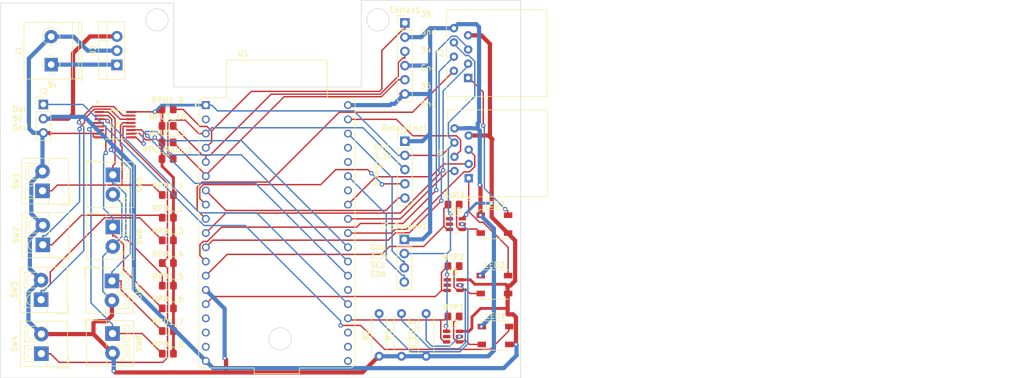
<source format=kicad_pcb>
(kicad_pcb (version 20221018) (generator pcbnew)
  (layers (0 "F.Cu" signal) (31 "B.Cu" signal) (34 "B.Paste" user) (35 "F.Paste" user) (36 "B.SilkS" user "B.Silkscreen") (37 "F.SilkS" user "F.Silkscreen") (38 "B.Mask" user) (39 "F.Mask" user) (44 "Edge.Cuts" user))
  (net 0 "")
  (net 12 "+9V")
  (net 13 "GND")
  (net 14 "LED_1_Data")
  (net 15 "+5V")
  (net 16 "LED_3_Data")
  (net 17 "/Mux3_1")
  (net 18 "/Mux3_2")
  (net 19 "/Mux3_3")
  (net 20 "/Mux3_return")
  (net 21 "+3.3V")
  (net 22 "LED_2_Data")
  (net 23 "/Mux2_1")
  (net 24 "/Mux2_2")
  (net 25 "/Mux2_3")
  (net 26 "/Mux2_return")
  (net 27 "Net-(LED1-DIN)")
  (net 28 "Net-(LED2-DIN)")
  (net 29 "Net-(LED3-DIN)")
  (net 30 "Net-(U6-A0)")
  (net 31 "Net-(U6-A1)")
  (net 32 "Net-(U6-A2)")
  (net 33 "Net-(U6-A3)")
  (net 34 "Net-(U6-A4)")
  (net 35 "Net-(U6-A5)")
  (net 36 "Net-(U6-A6)")
  (net 37 "Net-(U6-A7)")
  (net 39 "LED_1_sig")
  (net 40 "Net-(U3-OE)")
  (net 42 "LED_2_sig")
  (net 43 "Net-(U4-OE)")
  (net 45 "LED_3_sig")
  (net 46 "Net-(U5-OE)")
  (net 47 "Mux1_return")
  (net 48 "Mux1_3")
  (net 49 "Mux1_2")
  (net 50 "Mux1_1")
  (net 51 "/GP39")
  (net 52 "/GP34")
  (net 53 "/GP35")
  (net 54 "/I2C_SCL")
  (net 55 "/I2C_SDA")
  (net 56 "/Enc_B")
  (net 57 "/Enc_Sw")
  (net 58 "/Enc_A")
  (footprint "Resistor_SMD:R_0805_2012Metric_Pad1.20x1.40mm_HandSolder" (layer "F.Cu") (at 110 65)
    (fp_text reference "BYP3")
    (fp_text value "~")
  )
  (footprint "Resistor_SMD:R_0805_2012Metric_Pad1.20x1.40mm_HandSolder" (layer "F.Cu") (at 58.945 63.3)
    (fp_text reference "RPD1_1")
    (fp_text value "10k")
  )
  (footprint "Resistor_SMD:R_0805_2012Metric_Pad1.20x1.40mm_HandSolder" (layer "F.Cu") (at 110 76)
    (fp_text reference "BYP2")
    (fp_text value "~")
  )
  (footprint "Package_TO_SOT_THT:TO-220-3_Vertical" (layer "F.Cu") (at 49.845 40.04 90)
    (fp_text reference "U2")
    (fp_text value "L7805")
  )
  (footprint "TerminalBlock_4Ucon:TerminalBlock_4Ucon_1x02_P3.50mm_Vertical" (layer "F.Cu") (at 36.345 91.65 90)
    (fp_text reference "SW4")
    (fp_text value "SW_Push")
  )
  (footprint "LED_SMD:LED_Inolux_IN-PI554FCH_PLCC4_5.0x5.0mm_P3.2mm" (layer "F.Cu") (at 117.5 88.4)
    (fp_text reference "LED1")
    (fp_text value "IN-PI55TATPRPGPB")
  )
  (footprint "TerminalBlock_4Ucon:TerminalBlock_4Ucon_1x02_P3.50mm_Vertical" (layer "F.Cu") (at 36.3 82 90)
    (fp_text reference "SW3")
    (fp_text value "SW_Push")
  )
  (footprint "Resistor_SMD:R_0805_2012Metric_Pad1.20x1.40mm_HandSolder" (layer "F.Cu") (at 58.945 75.45)
    (fp_text reference "RPD1_4")
    (fp_text value "10k")
  )
  (footprint "Connector_PinHeader_2.54mm:PinHeader_1x04_P2.54mm_Vertical" (layer "F.Cu") (at 101.2 71.22)
    (fp_text reference "I2cScreen1")
    (fp_text value "Conn_01x05_Pin")
  )
  (footprint "Resistor_SMD:R_0805_2012Metric_Pad1.20x1.40mm_HandSolder" (layer "F.Cu") (at 58.9 50.95)
    (fp_text reference "RPU1_10")
    (fp_text value "10k")
  )
  (footprint "Resistor_THT:R_Axial_DIN0207_L6.3mm_D2.5mm_P7.62mm_Horizontal" (layer "F.Cu") (at 96.7 92.11 90)
    (fp_text reference "R2")
    (fp_text value "R")
  )
  (footprint "Resistor_SMD:R_0805_2012Metric_Pad1.20x1.40mm_HandSolder" (layer "F.Cu") (at 110 85)
    (fp_text reference "BYP1")
    (fp_text value "~")
  )
  (footprint "TerminalBlock_4Ucon:TerminalBlock_4Ucon_1x02_P3.50mm_Vertical" (layer "F.Cu") (at 49.11 59.7 -90)
    (fp_text reference "SW5")
    (fp_text value "SW_Push")
  )
  (footprint "Relay_parts:PW16" (layer "F.Cu") (at 49.5046 50.728999)
    (fp_text reference "U6")
    (fp_text value "CD74HC4051PWR")
  )
  (footprint "Package_TO_SOT_SMD:SOT-23-6" (layer "F.Cu") (at 109.9 88.6)
    (fp_text reference "U3")
    (fp_text value "TXS0101DBV")
  )
  (footprint "Resistor_THT:R_Axial_DIN0207_L6.3mm_D2.5mm_P7.62mm_Horizontal" (layer "F.Cu") (at 100.7 92.11 90)
    (fp_text reference "R1")
    (fp_text value "R")
  )
  (footprint "Package_TO_SOT_SMD:SOT-23-6" (layer "F.Cu") (at 110 79.4)
    (fp_text reference "U4")
    (fp_text value "TXS0101DBV")
  )
  (footprint "Connector_PinHeader_2.54mm:PinHeader_1x03_P2.54mm_Vertical" (layer "F.Cu") (at 36.7 47.12)
    (fp_text reference "J2")
    (fp_text value "LED Strip Conn")
  )
  (footprint "TerminalBlock_4Ucon:TerminalBlock_4Ucon_1x02_P3.50mm_Vertical" (layer "F.Cu") (at 48.955 78.65 -90)
    (fp_text reference "SW7")
    (fp_text value "SW_Push")
  )
  (footprint "LED_SMD:LED_Inolux_IN-PI554FCH_PLCC4_5.0x5.0mm_P3.2mm" (layer "F.Cu") (at 117.3 79.3)
    (fp_text reference "LED2")
    (fp_text value "IN-PI55TATPRPGPB")
  )
  (footprint "Package_TO_SOT_SMD:SOT-23-6" (layer "F.Cu") (at 110.4 68.5)
    (fp_text reference "U5")
    (fp_text value "TXS0101DBV")
  )
  (footprint "Resistor_SMD:R_0805_2012Metric_Pad1.20x1.40mm_HandSolder" (layer "F.Cu") (at 58.945 87.6)
    (fp_text reference "RPD1_7")
    (fp_text value "10k")
  )
  (footprint "Connector_PinHeader_2.54mm:PinHeader_1x06_P2.54mm_Vertical" (layer "F.Cu") (at 101.3 32.55)
    (fp_text reference "Extras1")
    (fp_text value "Conn_01x06_Pin")
  )
  (footprint "TerminalBlock_4Ucon:TerminalBlock_4Ucon_1x02_P3.50mm_Vertical" (layer "F.Cu") (at 49.1 69 -90)
    (fp_text reference "SW6")
    (fp_text value "SW_Push")
  )
  (footprint "TerminalBlock_4Ucon:TerminalBlock_4Ucon_1x02_P3.50mm_Vertical" (layer "F.Cu") (at 36.545 62.55 90)
    (fp_text reference "SW1")
    (fp_text value "SW_Push")
  )
  (footprint "Resistor_SMD:R_0805_2012Metric_Pad1.20x1.40mm_HandSolder" (layer "F.Cu") (at 58.945 79.5)
    (fp_text reference "RPD1_5")
    (fp_text value "10k")
  )
  (footprint "Connector_RJ:RJ45_Amphenol_54602-x08_Horizontal" (layer "F.Cu") (at 112.7 60.2825 90)
    (fp_text reference "J4")
    (fp_text value "Expansion")
  )
  (footprint "Resistor_SMD:R_0805_2012Metric_Pad1.20x1.40mm_HandSolder" (layer "F.Cu") (at 58.945 83.55)
    (fp_text reference "RPD1_6")
    (fp_text value "10k")
  )
  (footprint "Resistor_SMD:R_0805_2012Metric_Pad1.20x1.40mm_HandSolder" (layer "F.Cu") (at 58.9 56.85)
    (fp_text reference "RPU_Main_1")
    (fp_text value "10k")
  )
  (footprint "Connector_RJ:RJ45_Amphenol_54602-x08_Horizontal" (layer "F.Cu") (at 112.6 42.3825 90)
    (fp_text reference "J3")
    (fp_text value "Expansion")
  )
  (footprint "LED_SMD:LED_Inolux_IN-PI554FCH_PLCC4_5.0x5.0mm_P3.2mm" (layer "F.Cu") (at 117.3 68.5)
    (fp_text reference "LED3")
    (fp_text value "IN-PI55TATPRPGPB")
  )
  (footprint "Resistor_SMD:R_0805_2012Metric_Pad1.20x1.40mm_HandSolder" (layer "F.Cu") (at 58.9 53.9)
    (fp_text reference "RPU1_11")
    (fp_text value "10k")
  )
  (footprint "Resistor_SMD:R_0805_2012Metric_Pad1.20x1.40mm_HandSolder" (layer "F.Cu") (at 58.945 91.65)
    (fp_text reference "RPD1_8")
    (fp_text value "10k")
  )
  (footprint "Resistor_SMD:R_0805_2012Metric_Pad1.20x1.40mm_HandSolder" (layer "F.Cu") (at 58.945 67.35)
    (fp_text reference "RPD1_2")
    (fp_text value "10k")
  )
  (footprint "TerminalBlock_4Ucon:TerminalBlock_4Ucon_1x02_P3.50mm_Vertical" (layer "F.Cu") (at 49.055 88.05 -90)
    (fp_text reference "SW8")
    (fp_text value "SW_Push")
  )
  (footprint "Resistor_SMD:R_0805_2012Metric_Pad1.20x1.40mm_HandSolder" (layer "F.Cu") (at 58.9 48)
    (fp_text reference "RPU1_9")
    (fp_text value "10k")
  )
  (footprint "TerminalBlock_Philmore:TerminalBlock_Philmore_TB132_1x02_P5.00mm_Horizontal" (layer "F.Cu") (at 38.1 40 90)
    (fp_text reference "J1")
    (fp_text value "Power In")
  )
  (footprint "Resistor_THT:R_Axial_DIN0207_L6.3mm_D2.5mm_P7.62mm_Horizontal" (layer "F.Cu") (at 105.1 92.11 90)
    (fp_text reference "R_En_1")
    (fp_text value "R")
  )
  (footprint "TerminalBlock_4Ucon:TerminalBlock_4Ucon_1x02_P3.50mm_Vertical" (layer "F.Cu") (at 36.6 72.2 90)
    (fp_text reference "SW2")
    (fp_text value "SW_Push")
  )
  (footprint "Connector_PinHeader_2.54mm:PinHeader_1x05_P2.54mm_Vertical" (layer "F.Cu") (at 101.3 53.68)
    (fp_text reference "RotaryEnc1")
    (fp_text value "Conn_01x05_Pin")
  )
  (footprint "Resistor_SMD:R_0805_2012Metric_Pad1.20x1.40mm_HandSolder" (layer "F.Cu") (at 58.945 71.4)
    (fp_text reference "RPD1_3")
    (fp_text value "10k")
  )
  (footprint "ESP32_DEVKITC_32E:MODULE_ESP32-DEVKITC-32E" (layer "F.Cu") (at 78.4275 70.07)
    (fp_text reference "U1")
    (fp_text value "ESP32-DEVKITC-32E")
  )
  (gr_line (start 122 96) (end 29 96) (stroke (width 0.1)) (layer "Edge.Cuts"))
  (gr_circle (center 96.5 32) (end 98.5 32) (stroke (width 0.1)) (fill none) (layer "Edge.Cuts"))
  (gr_circle (center 79 89) (end 81 89) (stroke (width 0.1)) (fill none) (layer "Edge.Cuts"))
  (gr_line (start 29 96) (end 29 29) (stroke (width 0.1)) (layer "Edge.Cuts"))
  (gr_line (start 93.5 28.5) (end 122 28.5) (stroke (width 0.1)) (layer "Edge.Cuts"))
  (gr_line (start 122 28.5) (end 122 96) (stroke (width 0.1)) (layer "Edge.Cuts"))
  (gr_circle (center 57 32) (end 59 32) (stroke (width 0.1)) (fill none) (layer "Edge.Cuts"))
  (gr_line (start 29 29) (end 60 29) (stroke (width 0.1)) (layer "Edge.Cuts"))
  (gr_line (start 60 29) (end 60 44) (stroke (width 0.1)) (layer "Edge.Cuts"))
  (gr_line (start 93.5 44) (end 93.5 28.5) (stroke (width 0.1)) (layer "Edge.Cuts"))
  (gr_line (start 60 44) (end 93.5 44) (stroke (width 0.1)) (layer "Edge.Cuts"))
  (gr_text "39\n\nGnd\n\n34\n\nGnd\n\n35\n\nGnd\n" (at 104 47.6) (layer "F.SilkS") (effects (font (size 1 1)) (justify left bottom)))
  (gr_text "Gnd\n3.3V\nSCL\nSDA" (at 95 78) (layer "F.SilkS") (effects (font (size 1 1)) (justify left bottom)))
  (gr_text "Gnd\n3.3V\nSw\nB\nA" (at 95.6 61.8) (layer "F.SilkS") (effects (font (size 1 1)) (justify left bottom)))
  (gr_text "Dat\n5V\nGnd\n" (at 31.1 51.8) (layer "F.SilkS") (effects (font (size 1 1)) (justify left bottom)))
  (gr_text "9v\n" (at 37.3 44.2) (layer "F.SilkS") (effects (font (size 1 1)) (justify left bottom)))
  (segment (start 49.805 40) (end 49.845 40.04) (width 0.75) (layer "B.Cu") (net 12))
  (segment (start 38.1 40) (end 49.805 40) (width 0.75) (layer "B.Cu") (net 12))
  (segment (start 49.845 37.5) (end 49.7988 37.5462) (width 0.25) (layer "F.Cu") (net 13))
  (segment (start 37.7844 52.2) (end 37.8719 52.2875) (width 0.75) (layer "F.Cu") (net 13))
  (segment (start 48.955 84.85) (end 47.953 85.852) (width 0.75) (layer "F.Cu") (net 13))
  (segment (start 69.342 95) (end 69.342 92.71) (width 0.75) (layer "F.Cu") (net 13))
  (segment (start 93.7175 95) (end 69.342 95) (width 0.75) (layer "F.Cu") (net 13))
  (segment (start 114.9378 66.9) (end 114.938 66.9) (width 0.25) (layer "F.Cu") (net 13))
  (segment (start 45.655 88.15) (end 45.655 86.171) (width 0.75) (layer "F.Cu") (net 13))
  (segment (start 46.7457 52.2875) (end 45.6188 52.2875) (width 0.25) (layer "F.Cu") (net 13))
  (segment (start 95.1625 93.555) (end 93.7175 95) (width 0.75) (layer "F.Cu") (net 13))
  (segment (start 96.6075 92.11) (end 95.1625 93.555) (width 0.75) (layer "F.Cu") (net 13))
  (segment (start 114.808 61.5) (end 114.684 61.5) (width 0.75) (layer "F.Cu") (net 13))
  (segment (start 114.958 86.8) (end 115.1378 86.8) (width 0.25) (layer "F.Cu") (net 13))
  (segment (start 114.758 77.7) (end 114.9378 77.7) (width 0.25) (layer "F.Cu") (net 13))
  (segment (start 101.208 45.25) (end 100.658 45.25) (width 0.75) (layer "F.Cu") (net 13))
  (segment (start 69.342 95) (end 59.8525 95) (width 0.75) (layer "F.Cu") (net 13))
  (segment (start 114.758 66.9) (end 114.808 66.9) (width 0.75) (layer "F.Cu") (net 13))
  (segment (start 47.953 85.852) (end 45.974 85.852) (width 0.75) (layer "F.Cu") (net 13))
  (segment (start 45.6188 52.9225) (end 45.6188 52.2875) (width 0.25) (layer "F.Cu") (net 13))
  (segment (start 46.7457 52.9225) (end 45.6188 52.9225) (width 0.25) (layer "F.Cu") (net 13))
  (segment (start 37.7844 52.2) (end 37.8769 52.2) (width 0.25) (layer "F.Cu") (net 13))
  (segment (start 114.9378 77.7) (end 114.938 77.7) (width 0.25) (layer "F.Cu") (net 13))
  (segment (start 95.1625 93.555) (end 95.255 93.555) (width 0.25) (layer "F.Cu") (net 13))
  (segment (start 49.534 95) (end 49.276 94.742) (width 0.75) (layer "F.Cu") (net 13))
  (segment (start 101.208 45.25) (end 101.3 45.25) (width 0.25) (layer "F.Cu") (net 13))
  (segment (start 115.1378 86.8) (end 115.138 86.8) (width 0.25) (layer "F.Cu") (net 13))
  (segment (start 114.808 66.9) (end 114.808 61.5) (width 0.75) (layer "F.Cu") (net 13))
  (segment (start 45.6188 52.2875) (end 37.8719 52.2875) (width 0.25) (layer "F.Cu") (net 13))
  (segment (start 45.655 88.15) (end 49.055 91.55) (width 0.75) (layer "F.Cu") (net 13))
  (segment (start 45.655 86.171) (end 45.974 85.852) (width 0.75) (layer "F.Cu") (net 13))
  (segment (start 36.345 88.15) (end 45.655 88.15) (width 0.75) (layer "F.Cu") (net 13))
  (segment (start 48.955 82.15) (end 48.955 84.85) (width 0.75) (layer "F.Cu") (net 13))
  (segment (start 49.7988 37.5462) (end 49.7525 37.5) (width 0.75) (layer "F.Cu") (net 13))
  (segment (start 59.8525 95) (end 49.534 95) (width 0.75) (layer "F.Cu") (net 13))
  (segment (start 36.7 52.2) (end 37.7844 52.2) (width 0.25) (layer "F.Cu") (net 13))
  (segment (start 46.7457 52.2875) (end 46.7457 51.6525) (width 0.25) (layer "F.Cu") (net 13))
  (segment (start 95.255 93.555) (end 96.7 92.11) (width 0.25) (layer "F.Cu") (net 13))
  (segment (start 69.342 92.71) (end 69.088 92.456) (width 0.75) (layer "F.Cu") (net 13))
  (segment (start 114.808 66.9) (end 114.9378 66.9) (width 0.25) (layer "F.Cu") (net 13))
  (via (at 69.088 92.456) (size 0.8) (drill 0.4) (layers "F.Cu" "B.Cu") (net 13))
  (via (at 49.276 94.742) (size 0.8) (drill 0.4) (layers "F.Cu" "B.Cu") (net 13))
  (via (at 114.958 86.8) (size 0.8) (drill 0.4) (layers "F.Cu" "B.Cu") (net 13))
  (via (at 114.684 61.5) (size 0.8) (drill 0.4) (layers "F.Cu" "B.Cu") (net 13))
  (via (at 114.808 66.9) (size 0.8) (drill 0.4) (layers "F.Cu" "B.Cu") (net 13))
  (via (at 114.758 77.7) (size 0.8) (drill 0.4) (layers "F.Cu" "B.Cu") (net 13))
  (segment (start 34.29 76.49) (end 36.3 78.5) (width 0.75) (layer "B.Cu") (net 13))
  (segment (start 114.808 66.9) (end 117.208 69.3) (width 0.75) (layer "B.Cu") (net 13))
  (segment (start 104.428 53.68) (end 101.3 53.68) (width 0.75) (layer "B.Cu") (net 13))
  (segment (start 105.1 92.11) (end 116.198 92.11) (width 0.75) (layer "B.Cu") (net 13))
  (segment (start 117.208 84.55) (end 117.208 75.25) (width 0.75) (layer "B.Cu") (net 13))
  (segment (start 49.276 94.742) (end 49.276 91.771) (width 0.75) (layer "B.Cu") (net 13))
  (segment (start 105.808 52.3) (end 104.428 53.68) (width 0.75) (layer "B.Cu") (net 13))
  (segment (start 34.29 71.01) (end 34.29 76.49) (width 0.75) (layer "B.Cu") (net 13))
  (segment (start 38.1 35) (end 42.1075 35) (width 0.75) (layer "B.Cu") (net 13))
  (segment (start 100.7 92.11) (end 105.1 92.11) (width 0.75) (layer "B.Cu") (net 13))
  (segment (start 96.7 92.11) (end 100.7 92.11) (width 0.75) (layer "B.Cu") (net 13))
  (segment (start 49.1 72.5) (end 47.3281 74.2719) (width 0.25) (layer "B.Cu") (net 13))
  (segment (start 101.2 71.22) (end 101.108 71.22) (width 0.75) (layer "B.Cu") (net 13))
  (segment (start 101.208 40.17) (end 101.3 40.17) (width 0.75) (layer "B.Cu") (net 13))
  (segment (start 34.544 66.644) (end 36.6 68.7) (width 0.75) (layer "B.Cu") (net 13))
  (segment (start 105.808 33.4925) (end 105.808 39.9) (width 0.75) (layer "B.Cu") (net 13))
  (segment (start 44.6075 37.5) (end 49.7525 37.5) (width 0.75) (layer "B.Cu") (net 13))
  (segment (start 101.3 53.68) (end 101.208 53.68) (width 0.75) (layer "B.Cu") (net 13))
  (segment (start 104.21 35.09) (end 105.808 33.4925) (width 0.75) (layer "B.Cu") (net 13))
  (segment (start 50.7269 64.8169) (end 50.7269 70.7188) (width 0.25) (layer "B.Cu") (net 13))
  (segment (start 113.249 51.3375) (end 112.151 51.3375) (width 0.75) (layer "B.Cu") (net 13))
  (segment (start 36.6 68.7) (end 34.29 71.01) (width 0.75) (layer "B.Cu") (net 13))
  (segment (start 34.1075 38.9) (end 34.1075 51.4) (width 0.75) (layer "B.Cu") (net 13))
  (segment (start 36.3 78.5) (end 34.036 80.764) (width 0.75) (layer "B.Cu") (net 13))
  (segment (start 38.0075 35) (end 34.1075 38.9) (width 0.75) (layer "B.Cu") (net 13))
  (segment (start 110.06 33.4925) (end 110.786 32.766) (width 0.75) (layer "B.Cu") (net 13))
  (segment (start 113.304 51.3925) (end 113.249 51.3375) (width 0.75) (layer "B.Cu") (net 13))
  (segment (start 47.3281 74.2719) (end 47.3281 80.5231) (width 0.25) (layer "B.Cu") (net 13))
  (segment (start 104.488 71.22) (end 101.2 71.22) (width 0.75) (layer "B.Cu") (net 13))
  (segment (start 117.208 91.1) (end 117.208 84.55) (width 0.75) (layer "B.Cu") (net 13))
  (segment (start 110.786 32.766) (end 114.046 32.766) (width 0.75) (layer "B.Cu") (net 13))
  (segment (start 114.046 32.766) (end 114.554 33.274) (width 0.75) (layer "B.Cu") (net 13))
  (segment (start 91.1275 47.235) (end 91.035 47.235) (width 0.75) (layer "B.Cu") (net 13))
  (segment (start 98.9075 47) (end 98.6725 47.235) (width 0.75) (layer "B.Cu") (net 13))
  (segment (start 110.16 51.3925) (end 110.068 51.3925) (width 0.75) (layer "B.Cu") (net 13))
  (segment (start 38.1 35) (end 38.0075 35) (width 0.75) (layer "B.Cu") (net 13))
  (segment (start 101.3 35.09) (end 104.21 35.09) (width 0.75) (layer "B.Cu") (net 13))
  (segment (start 96.6075 92.11) (end 96.7 92.11) (width 0.75) (layer "B.Cu") (net 13))
  (segment (start 101.3 45.25) (end 105.758 45.25) (width 0.75) (layer "B.Cu") (net 13))
  (segment (start 42.1075 35) (end 44.6075 37.5) (width 0.75) (layer "B.Cu") (net 13))
  (segment (start 114.554 33.274) (end 114.554 50.2671) (width 0.75) (layer "B.Cu") (net 13))
  (segment (start 101.3 40.17) (end 105.538 40.17) (width 0.75) (layer "B.Cu") (net 13))
  (segment (start 34.1075 51.4) (end 34.9075 52.2) (width 0.75) (layer "B.Cu") (net 13))
  (segment (start 34.544 61.051) (end 34.544 66.644) (width 0.75) (layer "B.Cu") (net 13))
  (segment (start 117.208 69.3) (end 117.208 75.25) (width 0.75) (layer "B.Cu") (net 13))
  (segment (start 105.808 69.9) (end 104.488 71.22) (width 0.75) (layer "B.Cu") (net 13))
  (segment (start 34.036 80.764) (end 34.036 85.841) (width 0.75) (layer "B.Cu") (net 13))
  (segment (start 112.151 51.3375) (end 112.096 51.3925) (width 0.75) (layer "B.Cu") (net 13))
  (segment (start 117.208 84.55) (end 114.958 86.8) (width 0.75) (layer "B.Cu") (net 13))
  (segment (start 114.325 51.4165) (end 114.684 51.7755) (width 0.75) (layer "B.Cu") (net 13))
  (segment (start 101.3 45.25) (end 101.208 45.25) (width 0.75) (layer "B.Cu") (net 13))
  (segment (start 101.208 45.25) (end 99.4575 47) (width 0.75) (layer "B.Cu") (net 13))
  (segment (start 114.684 61.5) (end 114.684 51.7755) (width 0.75) (layer "B.Cu") (net 13))
  (segment (start 105.808 39.9) (end 105.808 45.3) (width 0.75) (layer "B.Cu") (net 13))
  (segment (start 105.808 52.3) (end 105.808 69.9) (width 0.75) (layer "B.Cu") (net 13))
  (segment (start 101.208 35.09) (end 101.3 35.09) (width 0.75) (layer "B.Cu") (net 13))
  (segment (start 112.096 51.3925) (end 110.16 51.3925) (width 0.75) (layer "B.Cu") (net 13))
  (segment (start 114.684 51.7755) (end 114.3 51.3925) (width 0.75) (layer "B.Cu") (net 13))
  (segment (start 36.545 52.355) (end 36.7 52.2) (width 0.75) (layer "B.Cu") (net 13))
  (segment (start 105.758 45.25) (end 105.808 45.3) (width 0.75) (layer "B.Cu") (net 13))
  (segment (start 69.088 83.6155) (end 65.7275 80.255) (width 0.75) (layer "B.Cu") (net 13))
  (segment (start 105.538 40.17) (end 105.808 39.9) (width 0.75) (layer "B.Cu") (net 13))
  (segment (start 36.545 59.05) (end 34.544 61.051) (width 0.75) (layer "B.Cu") (net 13))
  (segment (start 49.276 91.771) (end 49.055 91.55) (width 0.75) (layer "B.Cu") (net 13))
  (segment (start 34.036 85.841) (end 36.345 88.15) (width 0.75) (layer "B.Cu") (net 13))
  (segment (start 114.325 50.4961) (end 114.325 51.4165) (width 0.75) (layer "B.Cu") (net 13))
  (segment (start 36.6075 52.2) (end 36.7 52.2) (width 0.25) (layer "B.Cu") (net 13))
  (segment (start 117.208 75.25) (end 114.758 77.7) (width 0.75) (layer "B.Cu") (net 13))
  (segment (start 105.808 33.4925) (end 110.06 33.4925) (width 0.75) (layer "B.Cu") (net 13))
  (segment (start 99.4575 47) (end 98.9075 47) (width 0.75) (layer "B.Cu") (net 13))
  (segment (start 114.554 50.2671) (end 114.325 50.4961) (width 0.75) (layer "B.Cu") (net 13))
  (segment (start 49.11 63.2) (end 50.7269 64.8169) (width 0.25) (layer "B.Cu") (net 13))
  (segment (start 47.3281 80.5231) (end 48.955 82.15) (width 0.25) (layer "B.Cu") (net 13))
  (segment (start 34.9075 52.2) (end 36.6075 52.2) (width 0.75) (layer "B.Cu") (net 13))
  (segment (start 116.198 92.11) (end 117.208 91.1) (width 0.75) (layer "B.Cu") (net 13))
  (segment (start 49.1 72.3457) (end 49.1 72.5) (width 0.25) (layer "B.Cu") (net 13))
  (segment (start 105.808 45.3) (end 105.808 52.3) (width 0.75) (layer "B.Cu") (net 13))
  (segment (start 36.545 59.05) (end 36.545 52.355) (width 0.75) (layer "B.Cu") (net 13))
  (segment (start 98.6725 47.235) (end 91.1275 47.235) (width 0.75) (layer "B.Cu") (net 13))
  (segment (start 49.7525 37.5) (end 49.845 37.5) (width 0.25) (layer "B.Cu") (net 13))
  (segment (start 50.7269 70.7188) (end 49.1 72.3457) (width 0.25) (layer "B.Cu") (net 13))
  (segment (start 69.088 92.456) (end 69.088 83.6155) (width 0.75) (layer "B.Cu") (net 13))
  (segment (start 114.3 51.3925) (end 113.304 51.3925) (width 0.75) (layer "B.Cu") (net 13))
  (segment (start 97.6707 90.8832) (end 93.3925 86.605) (width 0.25) (layer "F.Cu") (net 14))
  (segment (start 119.862 86.8) (end 119.862 87.5968) (width 0.25) (layer "F.Cu") (net 14))
  (segment (start 119.95 86.8) (end 119.8622 86.8) (width 0.25) (layer "F.Cu") (net 14))
  (segment (start 119.862 87.5968) (end 116.576 90.8832) (width 0.25) (layer "F.Cu") (net 14))
  (segment (start 93.3925 86.605) (end 89.8166 86.605) (width 0.25) (layer "F.Cu") (net 14))
  (segment (start 119.95 86.8) (end 120.2 86.8) (width 0.75) (layer "F.Cu") (net 14))
  (segment (start 119.8622 86.8) (end 119.862 86.8) (width 0.25) (layer "F.Cu") (net 14))
  (segment (start 116.576 90.8832) (end 97.6707 90.8832) (width 0.25) (layer "F.Cu") (net 14))
  (via (at 89.8166 86.605) (size 0.8) (drill 0.4) (layers "F.Cu" "B.Cu") (net 14))
  (segment (start 89.8166 85.8046) (end 89.8166 86.605) (width 0.25) (layer "B.Cu") (net 14))
  (segment (start 43.7795 47.12) (end 65.4098 68.7503) (width 0.25) (layer "B.Cu") (net 14))
  (segment (start 72.7623 68.7503) (end 89.8166 85.8046) (width 0.25) (layer "B.Cu") (net 14))
  (segment (start 36.7 47.12) (end 43.7795 47.12) (width 0.25) (layer "B.Cu") (net 14))
  (segment (start 65.4098 68.7503) (end 72.7623 68.7503) (width 0.25) (layer "B.Cu") (net 14))
  (segment (start 114.962 34.7625) (end 115.9 35.7) (width 0.75) (layer "F.Cu") (net 15))
  (segment (start 119.6622 70.1) (end 116.812 67.2496) (width 0.75) (layer "F.Cu") (net 15))
  (segment (start 121.15 85.15) (end 121.15 89.7643) (width 0.75) (layer "F.Cu") (net 15))
  (segment (start 121 78.6298) (end 121 71.4378) (width 0.75) (layer "F.Cu") (net 15))
  (segment (start 111.5375 67.55) (end 111.538 67.55) (width 0.25) (layer "F.Cu") (net 15))
  (segment (start 121 71.4378) (end 119.6622 70.1) (width 0.75) (layer "F.Cu") (net 15))
  (segment (start 119.662 84.62) (end 120.62 84.62) (width 0.75) (layer "F.Cu") (net 15))
  (segment (start 112.994 78.45) (end 113.792 79.248) (width 0.5) (layer "F.Cu") (net 15))
  (segment (start 119.543 79.4845) (end 120.145 79.4845) (width 0.75) (layer "F.Cu") (net 15))
  (segment (start 116.812 53.4882) (end 116.95 53.35) (width 0.75) (layer "F.Cu") (net 15))
  (segment (start 119.862 90) (end 119.8622 90) (width 0.75) (layer "F.Cu") (net 15))
  (segment (start 112.7 52.6625) (end 116.262 52.6625) (width 0.75) (layer "F.Cu") (net 15))
  (segment (start 116.95 53.35) (end 116.5 52.9) (width 0.75) (layer "F.Cu") (net 15))
  (segment (start 112.253 66.8343) (end 111.538 67.55) (width 0.5) (layer "F.Cu") (net 15))
  (segment (start 120.62 84.62) (end 121.15 85.15) (width 0.75) (layer "F.Cu") (net 15))
  (segment (start 45.04 34.96) (end 42 38) (width 0.75) (layer "F.Cu") (net 15))
  (segment (start 119.306 79.248) (end 119.543 79.4845) (width 0.5) (layer "F.Cu") (net 15))
  (segment (start 111.1375 78.45) (end 111.138 78.45) (width 0.25) (layer "F.Cu") (net 15))
  (segment (start 119.662 83.566) (end 119.662 84.62) (width 0.75) (layer "F.Cu") (net 15))
  (segment (start 119.662 83.566) (end 119.662 80.9) (width 0.75) (layer "F.Cu") (net 15))
  (segment (start 121.15 89.7643) (end 120.914 90) (width 0.75) (layer "F.Cu") (net 15))
  (segment (start 111.138 78.45) (end 112.994 78.45) (width 0.5) (layer "F.Cu") (net 15))
  (segment (start 120.145 79.4845) (end 121 78.6298) (width 0.75) (layer "F.Cu") (net 15))
  (segment (start 120.914 90) (end 121.147 90) (width 0.75) (layer "F.Cu") (net 15))
  (segment (start 116.262 52.6625) (end 116.5 52.9) (width 0.75) (layer "F.Cu") (net 15))
  (segment (start 119.8622 90) (end 120.914 90) (width 0.75) (layer "F.Cu") (net 15))
  (segment (start 49.845 34.96) (end 45.04 34.96) (width 0.75) (layer "F.Cu") (net 15))
  (segment (start 116.5 36.3) (end 116.5 52.9) (width 0.75) (layer "F.Cu") (net 15))
  (segment (start 42 38) (end 42 48.8) (width 0.75) (layer "F.Cu") (net 15))
  (segment (start 111.038 87.65) (end 112.756 87.65) (width 0.5) (layer "F.Cu") (net 15))
  (segment (start 113.792 79.248) (end 119.306 79.248) (width 0.5) (layer "F.Cu") (net 15))
  (segment (start 113.284 85.09) (end 114.808 83.566) (width 0.5) (layer "F.Cu") (net 15))
  (segment (start 119.662 79.6037) (end 119.543 79.4845) (width 0.75) (layer "F.Cu") (net 15))
  (segment (start 112.756 87.65) (end 113.284 87.122) (width 0.5) (layer "F.Cu") (net 15))
  (segment (start 119.662 80.9) (end 119.662 79.6037) (width 0.75) (layer "F.Cu") (net 15))
  (segment (start 112.253 66.8199) (end 112.253 66.8343) (width 0.5) (layer "F.Cu") (net 15))
  (segment (start 116.812 67.2496) (end 116.812 64.77) (width 0.75) (layer "F.Cu") (net 15))
  (segment (start 119.6622 80.9) (end 119.662 80.9) (width 0.25) (layer "F.Cu") (net 15))
  (segment (start 112.6 34.7625) (end 114.962 34.7625) (width 0.75) (layer "F.Cu") (net 15))
  (segment (start 41.14 49.66) (end 36.7 49.66) (width 0.75) (layer "F.Cu") (net 15))
  (segment (start 116.812 64.77) (end 116.812 53.4882) (width 0.75) (layer "F.Cu") (net 15))
  (segment (start 113.284 87.122) (end 113.284 85.09) (width 0.5) (layer "F.Cu") (net 15))
  (segment (start 111.0375 87.65) (end 111.038 87.65) (width 0.25) (layer "F.Cu") (net 15))
  (segment (start 42 48.8) (end 41.14 49.66) (width 0.75) (layer "F.Cu") (net 15))
  (segment (start 115.9 35.7) (end 116.5 36.3) (width 0.75) (layer "F.Cu") (net 15))
  (segment (start 114.808 83.566) (end 119.662 83.566) (width 0.5) (layer "F.Cu") (net 15))
  (via (at 121.147 90) (size 0.8) (drill 0.4) (layers "F.Cu" "B.Cu") (net 15))
  (via (at 112.253 66.8199) (size 0.8) (drill 0.4) (layers "F.Cu" "B.Cu") (net 15))
  (via (at 116.812 64.77) (size 0.8) (drill 0.4) (layers "F.Cu" "B.Cu") (net 15))
  (segment (start 118.966 94.234) (end 67.0065 94.234) (width 0.75) (layer "B.Cu") (net 15))
  (segment (start 52.8813 80.1088) (end 52.8813 58.1675) (width 0.75) (layer "B.Cu") (net 15))
  (segment (start 38.2003 49.3366) (end 37.8769 49.66) (width 0.75) (layer "B.Cu") (net 15))
  (segment (start 121.25 91.95) (end 121.25 90.1033) (width 0.75) (layer "B.Cu") (net 15))
  (segment (start 37.8769 49.66) (end 36.7 49.66) (width 0.75) (layer "B.Cu") (net 15))
  (segment (start 121.25 90.1033) (end 121.147 90) (width 0.75) (layer "B.Cu") (net 15))
  (segment (start 112.253 66.5628) (end 114.046 64.77) (width 0.5) (layer "B.Cu") (net 15))
  (segment (start 114.046 64.77) (end 116.812 64.77) (width 0.5) (layer "B.Cu") (net 15))
  (segment (start 121.3 91.9) (end 121.25 91.95) (width 0.75) (layer "B.Cu") (net 15))
  (segment (start 44.0504 49.3366) (end 38.2003 49.3366) (width 0.75) (layer "B.Cu") (net 15))
  (segment (start 65.7275 92.955) (end 52.8813 80.1088) (width 0.75) (layer "B.Cu") (net 15))
  (segment (start 52.8813 58.1675) (end 44.0504 49.3366) (width 0.75) (layer "B.Cu") (net 15))
  (segment (start 67.0065 94.234) (end 65.7275 92.955) (width 0.75) (layer "B.Cu") (net 15))
  (segment (start 112.253 66.8199) (end 112.253 66.5628) (width 0.5) (layer "B.Cu") (net 15))
  (segment (start 121.25 91.95) (end 118.966 94.234) (width 0.75) (layer "B.Cu") (net 15))
  (segment (start 112.782 42.3825) (end 112.6 42.3825) (width 0.25) (layer "F.Cu") (net 16))
  (segment (start 119.662 66.9) (end 119.662 66.5016) (width 0.25) (layer "F.Cu") (net 16))
  (segment (start 119.662 66.5016) (end 119.6622 66.5018) (width 0.25) (layer "F.Cu") (net 16))
  (segment (start 115.3 44.9) (end 112.782 42.3825) (width 0.25) (layer "F.Cu") (net 16))
  (segment (start 119.662 66.5016) (end 119.662 66.1032) (width 0.25) (layer "F.Cu") (net 16))
  (segment (start 119.379 65.8204) (end 119.22 65.8204) (width 0.25) (layer "F.Cu") (net 16))
  (segment (start 119.6622 66.5018) (end 119.6622 66.9) (width 0.25) (layer "F.Cu") (net 16))
  (segment (start 119.662 66.1032) (end 119.379 65.8204) (width 0.25) (layer "F.Cu") (net 16))
  (segment (start 115.3 50.9) (end 115.3 44.9) (width 0.25) (layer "F.Cu") (net 16))
  (via (at 119.22 65.8204) (size 0.8) (drill 0.4) (layers "F.Cu" "B.Cu") (net 16))
  (via (at 115.3 50.9) (size 0.8) (drill 0.4) (layers "F.Cu" "B.Cu") (net 16))
  (segment (start 115.3 50.9) (end 115.5 51.1) (width 0.25) (layer "B.Cu") (net 16))
  (segment (start 115.5 51.1) (end 115.5 62.1) (width 0.25) (layer "B.Cu") (net 16))
  (segment (start 115.5 62.1) (end 119.22 65.8204) (width 0.25) (layer "B.Cu") (net 16))
  (segment (start 65.7275 67.555) (end 64.1832 66.0107) (width 0.25) (layer "F.Cu") (net 17))
  (segment (start 102.668 48.505) (end 110.06 41.1125) (width 0.25) (layer "F.Cu") (net 17))
  (segment (start 64.1832 61.8617) (end 65.0584 60.9865) (width 0.25) (layer "F.Cu") (net 17))
  (segment (start 77.0916 60.9865) (end 89.5731 48.505) (width 0.25) (layer "F.Cu") (net 17))
  (segment (start 65.0584 60.9865) (end 77.0916 60.9865) (width 0.25) (layer "F.Cu") (net 17))
  (segment (start 64.1832 66.0107) (end 64.1832 61.8617) (width 0.25) (layer "F.Cu") (net 17))
  (segment (start 89.5731 48.505) (end 102.668 48.505) (width 0.25) (layer "F.Cu") (net 17))
  (segment (start 69.2984 66.5241) (end 100.488 66.5241) (width 0.25) (layer "F.Cu") (net 18))
  (segment (start 65.7275 70.095) (end 69.2984 66.5241) (width 0.25) (layer "F.Cu") (net 18))
  (segment (start 100.488 66.5241) (end 108.134 58.8777) (width 0.25) (layer "F.Cu") (net 18))
  (via (at 108.134 58.8777) (size 0.8) (drill 0.4) (layers "F.Cu" "B.Cu") (net 18))
  (segment (start 108.134 44.6943) (end 112.6 40.2286) (width 0.25) (layer "B.Cu") (net 18))
  (segment (start 108.134 58.8777) (end 108.134 44.6943) (width 0.25) (layer "B.Cu") (net 18))
  (segment (start 112.6 40.2286) (end 112.6 39.8425) (width 0.25) (layer "B.Cu") (net 18))
  (segment (start 99.6313 70.0431) (end 102.102 70.0431) (width 0.25) (layer "F.Cu") (net 19))
  (segment (start 66.9975 71.365) (end 98.3094 71.365) (width 0.25) (layer "F.Cu") (net 19))
  (segment (start 98.3094 71.365) (end 99.6313 70.0431) (width 0.25) (layer "F.Cu") (net 19))
  (segment (start 102.102 70.0431) (end 107.82 64.3247) (width 0.25) (layer "F.Cu") (net 19))
  (segment (start 65.7275 72.635) (end 66.9975 71.365) (width 0.25) (layer "F.Cu") (net 19))
  (via (at 107.82 64.3247) (size 0.8) (drill 0.4) (layers "F.Cu" "B.Cu") (net 19))
  (segment (start 110.06 38.5725) (end 107.407 41.2251) (width 0.25) (layer "B.Cu") (net 19))
  (segment (start 107.407 41.2251) (end 107.407 59.1787) (width 0.25) (layer "B.Cu") (net 19))
  (segment (start 107.407 59.1787) (end 107.82 59.5916) (width 0.25) (layer "B.Cu") (net 19))
  (segment (start 107.82 59.5916) (end 107.82 64.3247) (width 0.25) (layer "B.Cu") (net 19))
  (segment (start 65.7275 75.175) (end 64.674 74.1215) (width 0.25) (layer "F.Cu") (net 20))
  (segment (start 93.3405 68.3817) (end 100.952 68.3817) (width 0.25) (layer "F.Cu") (net 20))
  (segment (start 92.6809 69.0413) (end 93.3405 68.3817) (width 0.25) (layer "F.Cu") (net 20))
  (segment (start 65.2617 71.5918) (end 65.9863 71.5918) (width 0.25) (layer "F.Cu") (net 20))
  (segment (start 65.9863 71.5918) (end 68.5368 69.0413) (width 0.25) (layer "F.Cu") (net 20))
  (segment (start 64.674 72.1795) (end 65.2617 71.5918) (width 0.25) (layer "F.Cu") (net 20))
  (segment (start 64.674 74.1215) (end 64.674 72.1795) (width 0.25) (layer "F.Cu") (net 20))
  (segment (start 68.5368 69.0413) (end 92.6809 69.0413) (width 0.25) (layer "F.Cu") (net 20))
  (segment (start 100.952 68.3817) (end 106.92 62.4141) (width 0.25) (layer "F.Cu") (net 20))
  (via (at 106.92 62.4141) (size 0.8) (drill 0.4) (layers "F.Cu" "B.Cu") (net 20))
  (segment (start 112.6 37.0196) (end 110.491 34.9107) (width 0.25) (layer "B.Cu") (net 20))
  (segment (start 109.652 34.9107) (end 106.92 37.6427) (width 0.25) (layer "B.Cu") (net 20))
  (segment (start 106.92 37.6427) (end 106.92 62.4141) (width 0.25) (layer "B.Cu") (net 20))
  (segment (start 112.6 37.3025) (end 112.6 37.0196) (width 0.25) (layer "B.Cu") (net 20))
  (segment (start 110.491 34.9107) (end 109.652 34.9107) (width 0.25) (layer "B.Cu") (net 20))
  (segment (start 59.945 75.45) (end 59.945 71.4) (width 0.5) (layer "F.Cu") (net 21))
  (segment (start 59.945 67.35) (end 59.945 63.3) (width 0.5) (layer "F.Cu") (net 21))
  (segment (start 108.7625 86.8381) (end 108.7625 87.65) (width 0.25) (layer "F.Cu") (net 21))
  (segment (start 108.8625 78.45) (end 108.8327 78.4202) (width 0.25) (layer "F.Cu") (net 21))
  (segment (start 59.945 71.4) (end 59.945 67.35) (width 0.5) (layer "F.Cu") (net 21))
  (segment (start 59.945 63.3) (end 59.945 60.199) (width 0.5) (layer "F.Cu") (net 21))
  (segment (start 53.1812 48.4775) (end 53.2262 48.4325) (width 0.25) (layer "F.Cu") (net 21))
  (segment (start 59.945 83.55) (end 59.945 87.6) (width 0.5) (layer "F.Cu") (net 21))
  (segment (start 101.3 56.22) (end 107.8725 56.22) (width 0.25) (layer "F.Cu") (net 21))
  (segment (start 56.6205 48.4325) (end 57.4675 48.4325) (width 0.5) (layer "F.Cu") (net 21))
  (segment (start 107.8725 56.22) (end 110.16 53.9325) (width 0.25) (layer "F.Cu") (net 21))
  (segment (start 57.9 56.85) (end 57.9 53.9) (width 0.5) (layer "F.Cu") (net 21))
  (segment (start 57.9 58.154) (end 57.9 56.85) (width 0.5) (layer "F.Cu") (net 21))
  (segment (start 59.945 60.199) (end 57.9 58.154) (width 0.5) (layer "F.Cu") (net 21))
  (segment (start 108.6456 86.7212) (end 108.7625 86.8381) (width 0.25) (layer "F.Cu") (net 21))
  (segment (start 57.4675 48.4325) (end 57.9 48) (width 0.5) (layer "F.Cu") (net 21))
  (segment (start 59.945 79.5) (end 59.945 75.45) (width 0.5) (layer "F.Cu") (net 21))
  (segment (start 52.0543 48.4775) (end 53.1812 48.4775) (width 0.25) (layer "F.Cu") (net 21))
  (segment (start 108.8327 78.4202) (end 108.8327 77.5221) (width 0.25) (layer "F.Cu") (net 21))
  (segment (start 109.4457 67.3668) (end 109.4457 66.6146) (width 0.25) (layer "F.Cu") (net 21))
  (segment (start 57.9 53.9) (end 57.9 50.95) (width 0.5) (layer "F.Cu") (net 21))
  (segment (start 59.945 91.65) (end 59.945 87.6) (width 0.5) (layer "F.Cu") (net 21))
  (segment (start 109.2625 67.55) (end 109.4457 67.3668) (width 0.25) (layer "F.Cu") (net 21))
  (segment (start 57.9 50.95) (end 57.9 48) (width 0.5) (layer "F.Cu") (net 21))
  (segment (start 59.945 83.55) (end 59.945 79.5) (width 0.5) (layer "F.Cu") (net 21))
  (segment (start 53.2262 48.4325) (end 56.6205 48.4325) (width 0.25) (layer "F.Cu") (net 21))
  (via (at 109.4457 66.6146) (size 0.8) (drill 0.4) (layers "F.Cu" "B.Cu") (net 21))
  (via (at 108.6456 86.7212) (size 0.8) (drill 0.4) (layers "F.Cu" "B.Cu") (net 21))
  (via (at 56.6205 48.4325) (size 0.8) (drill 0.4) (layers "F.Cu" "B.Cu") (net 21))
  (via (at 108.8327 77.5221) (size 0.8) (drill 0.4) (layers "F.Cu" "B.Cu") (net 21))
  (segment (start 110.16 53.9325) (end 109.0773 55.0152) (width 0.25) (layer "B.Cu") (net 21))
  (segment (start 109.083 50.3875) (end 113.792 45.6785) (width 0.25) (layer "B.Cu") (net 21))
  (segment (start 108.8327 73.76) (end 108.8327 77.5221) (width 0.25) (layer "B.Cu") (net 21))
  (segment (start 67.8239 48.2659) (end 66.793 47.235) (width 0.25) (layer "B.Cu") (net 21))
  (segment (start 101.3 56.22) (end 100.123 56.22) (width 0.25) (layer "B.Cu") (net 21))
  (segment (start 101.2 73.76) (end 102.3769 73.76) (width 0.25) (layer "B.Cu") (net 21))
  (segment (start 110.06 36.2854) (end 110.06 36.0325) (width 0.25) (layer "B.Cu") (net 21))
  (segment (start 109.083 52.8556) (end 109.083 50.3875) (width 0.25) (layer "B.Cu") (net 21))
  (segment (start 92.169 48.2659) (end 67.8239 48.2659) (width 0.25) (layer "B.Cu") (net 21))
  (segment (start 109.4457 73.147) (end 108.8327 73.76) (width 0.25) (layer "B.Cu") (net 21))
  (segment (start 110.16 53.9325) (end 109.083 52.8556) (width 0.25) (layer "B.Cu") (net 21))
  (segment (start 65.7275 47.235) (end 57.818 47.235) (width 0.5) (layer "B.Cu") (net 21))
  (segment (start 109.0773 55.0152) (end 109.0773 66.2462) (width 0.25) (layer "B.Cu") (net 21))
  (segment (start 100.123 56.22) (end 92.169 48.2659) (width 0.25) (layer "B.Cu") (net 21))
  (segment (start 112.731 38.3794) (end 112.154 38.3794) (width 0.25) (layer "B.Cu") (net 21))
  (segment (start 108.8327 77.5221) (end 108.8327 86.5341) (width 0.25) (layer "B.Cu") (net 21))
  (segment (start 57.818 47.235) (end 56.6205 48.4325) (width 0.5) (layer "B.Cu") (net 21))
  (segment (start 112.154 38.3794) (end 110.06 36.2854) (width 0.25) (layer "B.Cu") (net 21))
  (segment (start 108.8327 86.5341) (end 108.6456 86.7212) (width 0.25) (layer "B.Cu") (net 21))
  (segment (start 108.8327 73.76) (end 102.3769 73.76) (width 0.25) (layer "B.Cu") (net 21))
  (segment (start 113.792 39.4404) (end 112.731 38.3794) (width 0.25) (layer "B.Cu") (net 21))
  (segment (start 113.792 45.6785) (end 113.792 39.4404) (width 0.25) (layer "B.Cu") (net 21))
  (segment (start 109.4457 66.6146) (end 109.4457 73.147) (width 0.25) (layer "B.Cu") (net 21))
  (segment (start 109.0773 66.2462) (end 109.4457 66.6146) (width 0.25) (layer "B.Cu") (net 21))
  (segment (start 66.793 47.235) (end 65.7275 47.235) (width 0.25) (layer "B.Cu") (net 21))
  (segment (start 114.62 68.1622) (end 112.7 66.2421) (width 0.25) (layer "F.Cu") (net 22))
  (segment (start 119.6715 77.6906) (end 119.6622 77.6999) (width 0.25) (layer "F.Cu") (net 22))
  (segment (start 119.75 77.6812) (end 119.681 77.6812) (width 0.25) (layer "F.Cu") (net 22))
  (segment (start 119.75 72.6574) (end 115.255 68.1622) (width 0.25) (layer "F.Cu") (net 22))
  (segment (start 119.75 77.65) (end 119.75 72.6574) (width 0.25) (layer "F.Cu") (net 22))
  (segment (start 112.7 66.2421) (end 112.7 60.2825) (width 0.25) (layer "F.Cu") (net 22))
  (segment (start 119.6622 77.6999) (end 119.6622 77.7) (width 0.25) (layer "F.Cu") (net 22))
  (segment (start 119.681 77.6812) (end 119.6715 77.6906) (width 0.25) (layer "F.Cu") (net 22))
  (segment (start 119.75 77.6812) (end 119.75 77.65) (width 0.75) (layer "F.Cu") (net 22))
  (segment (start 119.75 77.7) (end 119.75 77.6812) (width 0.75) (layer "F.Cu") (net 22))
  (segment (start 115.255 68.1622) (end 114.62 68.1622) (width 0.25) (layer "F.Cu") (net 22))
  (segment (start 119.6715 77.6906) (end 119.662 77.7) (width 0.25) (layer "F.Cu") (net 22))
  (segment (start 109.042 59.0125) (end 110.16 59.0125) (width 0.25) (layer "F.Cu") (net 23))
  (segment (start 100.5 67.555) (end 109.042 59.0125) (width 0.25) (layer "F.Cu") (net 23))
  (segment (start 91.1275 67.555) (end 100.5 67.555) (width 0.25) (layer "F.Cu") (net 23))
  (segment (start 96.1125 60.03) (end 91.1275 65.015) (width 0.25) (layer "F.Cu") (net 24))
  (segment (start 105.954 60.03) (end 96.1125 60.03) (width 0.25) (layer "F.Cu") (net 24))
  (segment (start 108.242 57.7425) (end 105.954 60.03) (width 0.25) (layer "F.Cu") (net 24))
  (segment (start 112.7 57.7425) (end 108.242 57.7425) (width 0.25) (layer "F.Cu") (net 24))
  (segment (start 110.499 52.7187) (end 111.253 53.4726) (width 0.25) (layer "F.Cu") (net 25))
  (segment (start 102.726 52.7187) (end 110.499 52.7187) (width 0.25) (layer "F.Cu") (net 25))
  (segment (start 91.1275 49.775) (end 99.7825 49.775) (width 0.25) (layer "F.Cu") (net 25))
  (segment (start 111.253 53.4726) (end 111.253 55.3795) (width 0.25) (layer "F.Cu") (net 25))
  (segment (start 111.253 55.3795) (end 110.16 56.4725) (width 0.25) (layer "F.Cu") (net 25))
  (segment (start 99.7825 49.775) (end 102.726 52.7187) (width 0.25) (layer "F.Cu") (net 25))
  (segment (start 113.781 56.2835) (end 112.7 55.2025) (width 0.25) (layer "F.Cu") (net 26))
  (segment (start 101.586 69.425) (end 111.84 59.1718) (width 0.25) (layer "F.Cu") (net 26))
  (segment (start 112.834 59.1718) (end 113.781 58.2246) (width 0.25) (layer "F.Cu") (net 26))
  (segment (start 113.781 58.2246) (end 113.781 56.2835) (width 0.25) (layer "F.Cu") (net 26))
  (segment (start 91.1275 70.095) (end 98.9165 70.095) (width 0.25) (layer "F.Cu") (net 26))
  (segment (start 111.84 59.1718) (end 112.834 59.1718) (width 0.25) (layer "F.Cu") (net 26))
  (segment (start 98.9165 70.095) (end 99.5865 69.425) (width 0.25) (layer "F.Cu") (net 26))
  (segment (start 99.5865 69.425) (end 101.586 69.425) (width 0.25) (layer "F.Cu") (net 26))
  (segment (start 112.855 90) (end 112.028 89.1731) (width 0.25) (layer "F.Cu") (net 27))
  (segment (start 115.025 90) (end 115 90) (width 0.25) (layer "F.Cu") (net 27))
  (segment (start 115.1378 90) (end 115.025 90) (width 0.25) (layer "F.Cu") (net 27))
  (segment (start 112.028 89.1731) (end 111.651 89.55) (width 0.25) (layer "F.Cu") (net 27))
  (segment (start 115.025 90) (end 115 90) (width 0.25) (layer "F.Cu") (net 27))
  (segment (start 110.016 88.9251) (end 110.016 85.9843) (width 0.25) (layer "F.Cu") (net 27))
  (segment (start 115 90) (end 114.816 90.1843) (width 0.25) (layer "F.Cu") (net 27))
  (segment (start 115.138 90) (end 115.1378 90) (width 0.25) (layer "F.Cu") (net 27))
  (segment (start 111.651 89.55) (end 111.0375 89.55) (width 0.25) (layer "F.Cu") (net 27))
  (segment (start 110.641 89.55) (end 110.016 88.9251) (width 0.25) (layer "F.Cu") (net 27))
  (segment (start 110.016 85.9843) (end 111 85) (width 0.25) (layer "F.Cu") (net 27))
  (segment (start 111.0375 89.55) (end 110.641 89.55) (width 0.25) (layer "F.Cu") (net 27))
  (segment (start 115 90) (end 112.855 90) (width 0.25) (layer "F.Cu") (net 27))
  (segment (start 112.128 80.0731) (end 111.851 80.35) (width 0.25) (layer "F.Cu") (net 28))
  (segment (start 111.851 80.35) (end 111.1375 80.35) (width 0.25) (layer "F.Cu") (net 28))
  (segment (start 114.938 80.9) (end 114.9378 80.9) (width 0.25) (layer "F.Cu") (net 28))
  (segment (start 111.1375 80.35) (end 110.689 80.35) (width 0.25) (layer "F.Cu") (net 28))
  (segment (start 114.9378 80.9) (end 112.955 80.9) (width 0.25) (layer "F.Cu") (net 28))
  (segment (start 110.086 79.7472) (end 110.086 76.9139) (width 0.25) (layer "F.Cu") (net 28))
  (segment (start 110.086 76.9139) (end 111 76) (width 0.25) (layer "F.Cu") (net 28))
  (segment (start 110.689 80.35) (end 110.086 79.7472) (width 0.25) (layer "F.Cu") (net 28))
  (segment (start 112.955 80.9) (end 112.128 80.0731) (width 0.25) (layer "F.Cu") (net 28))
  (segment (start 111.625 69.3625) (end 114.112 69.3625) (width 0.25) (layer "F.Cu") (net 29))
  (segment (start 111.04 69.45) (end 110.541 68.9509) (width 0.25) (layer "F.Cu") (net 29))
  (segment (start 110.541 65.4594) (end 111 65) (width 0.25) (layer "F.Cu") (net 29))
  (segment (start 114.9378 70.1) (end 114.938 70.1) (width 0.25) (layer "F.Cu") (net 29))
  (segment (start 111.712 69.275) (end 111.625 69.3625) (width 0.25) (layer "F.Cu") (net 29))
  (segment (start 114.85 70.1) (end 114.9378 70.1) (width 0.25) (layer "F.Cu") (net 29))
  (segment (start 111.5375 69.45) (end 111.04 69.45) (width 0.25) (layer "F.Cu") (net 29))
  (segment (start 111.538 69.45) (end 111.5375 69.45) (width 0.25) (layer "F.Cu") (net 29))
  (segment (start 114.112 69.3625) (end 114.85 70.1) (width 0.25) (layer "F.Cu") (net 29))
  (segment (start 110.541 68.9509) (end 110.541 65.4594) (width 0.25) (layer "F.Cu") (net 29))
  (segment (start 111.625 69.3625) (end 111.538 69.45) (width 0.25) (layer "F.Cu") (net 29))
  (segment (start 50.7579 61.5187) (end 56.1637 61.5187) (width 0.25) (layer "F.Cu") (net 30))
  (segment (start 50.7579 54.6661) (end 50.7579 61.5187) (width 0.25) (layer "F.Cu") (net 30))
  (segment (start 39.2032 61.5187) (end 50.7579 61.5187) (width 0.25) (layer "F.Cu") (net 30))
  (segment (start 38.1719 62.55) (end 39.2032 61.5187) (width 0.25) (layer "F.Cu") (net 30))
  (segment (start 52.0543 50.3825) (end 50.9233 50.3825) (width 0.25) (layer "F.Cu") (net 30))
  (segment (start 36.545 62.55) (end 38.1719 62.55) (width 0.25) (layer "F.Cu") (net 30))
  (segment (start 50.9233 50.3825) (end 50.4755 50.8303) (width 0.25) (layer "F.Cu") (net 30))
  (segment (start 56.1637 61.5187) (end 57.945 63.3) (width 0.25) (layer "F.Cu") (net 30))
  (segment (start 50.4755 50.8303) (end 50.4755 54.3837) (width 0.25) (layer "F.Cu") (net 30))
  (segment (start 50.4755 54.3837) (end 50.7579 54.6661) (width 0.25) (layer "F.Cu") (net 30))
  (segment (start 43.1668 51.5) (end 43.1668 51.2451) (width 0.25) (layer "F.Cu") (net 31))
  (segment (start 57.5127 66.9177) (end 57.945 67.35) (width 0.25) (layer "F.Cu") (net 31))
  (segment (start 36.6 72.2) (end 38.2269 72.2) (width 0.25) (layer "F.Cu") (net 31))
  (segment (start 44.0473 50.3646) (end 44.0473 49.7012) (width 0.25) (layer "F.Cu") (net 31))
  (segment (start 45.8045 47.944) (end 48.6172 47.944) (width 0.25) (layer "F.Cu") (net 31))
  (segment (start 50.4207 49.7475) (end 52.0543 49.7475) (width 0.25) (layer "F.Cu") (net 31))
  (segment (start 48.6172 47.944) (end 50.4207 49.7475) (width 0.25) (layer "F.Cu") (net 31))
  (segment (start 44.0473 49.7012) (end 45.8045 47.944) (width 0.25) (layer "F.Cu") (net 31))
  (segment (start 43.5092 66.9177) (end 57.5127 66.9177) (width 0.25) (layer "F.Cu") (net 31))
  (segment (start 38.2269 72.2) (end 43.5092 66.9177) (width 0.25) (layer "F.Cu") (net 31))
  (segment (start 43.1668 51.2451) (end 44.0473 50.3646) (width 0.25) (layer "F.Cu") (net 31))
  (via (at 43.1668 51.5) (size 0.8) (drill 0.4) (layers "F.Cu" "B.Cu") (net 31))
  (segment (start 43.1668 51.5) (end 43.1668 64.5147) (width 0.25) (layer "B.Cu") (net 31))
  (segment (start 43.1668 64.5147) (end 37.1084 70.5731) (width 0.25) (layer "B.Cu") (net 31))
  (segment (start 37.1084 70.5731) (end 36.6 70.5731) (width 0.25) (layer "B.Cu") (net 31))
  (segment (start 36.6 70.5731) (end 36.6 72.2) (width 0.25) (layer "B.Cu") (net 31))
  (segment (start 43.0766 50.3107) (end 43.0766 49.9467) (width 0.25) (layer "F.Cu") (net 32))
  (segment (start 36.3 82) (end 36.3 80.3731) (width 0.25) (layer "F.Cu") (net 32))
  (segment (start 37.9269 77.0689) (end 47.6227 67.3731) (width 0.25) (layer "F.Cu") (net 32))
  (segment (start 47.6227 67.3731) (end 53.9181 67.3731) (width 0.25) (layer "F.Cu") (net 32))
  (segment (start 53.9181 67.3731) (end 57.945 71.4) (width 0.25) (layer "F.Cu") (net 32))
  (segment (start 37.9269 79.2547) (end 37.9269 77.0689) (width 0.25) (layer "F.Cu") (net 32))
  (segment (start 36.3 80.3731) (end 36.8085 80.3731) (width 0.25) (layer "F.Cu") (net 32))
  (segment (start 45.5329 47.4904) (end 49.2821 47.4904) (width 0.25) (layer "F.Cu") (net 32))
  (segment (start 50.9042 49.1125) (end 52.0543 49.1125) (width 0.25) (layer "F.Cu") (net 32))
  (segment (start 43.0766 49.9467) (end 45.5329 47.4904) (width 0.25) (layer "F.Cu") (net 32))
  (segment (start 49.2821 47.4904) (end 50.9042 49.1125) (width 0.25) (layer "F.Cu") (net 32))
  (segment (start 36.8085 80.3731) (end 37.9269 79.2547) (width 0.25) (layer "F.Cu") (net 32))
  (via (at 43.0766 50.3107) (size 0.8) (drill 0.4) (layers "F.Cu" "B.Cu") (net 32))
  (segment (start 36.3 80.3731) (end 36.3 82) (width 0.25) (layer "B.Cu") (net 32))
  (segment (start 43.9228 73.2587) (end 36.8084 80.3731) (width 0.25) (layer "B.Cu") (net 32))
  (segment (start 43.0766 50.3107) (end 43.9228 51.1568) (width 0.25) (layer "B.Cu") (net 32))
  (segment (start 36.8084 80.3731) (end 36.3 80.3731) (width 0.25) (layer "B.Cu") (net 32))
  (segment (start 43.9228 51.1568) (end 43.9228 73.2587) (width 0.25) (layer "B.Cu") (net 32))
  (segment (start 58.8729 61.2596) (end 58.8729 74.5221) (width 0.25) (layer "F.Cu") (net 33))
  (segment (start 50.9274 51.0175) (end 50.9274 53.3141) (width 0.25) (layer "F.Cu") (net 33))
  (segment (start 58.8729 74.5221) (end 57.945 75.45) (width 0.25) (layer "F.Cu") (net 33))
  (segment (start 50.9274 53.3141) (end 58.8729 61.2596) (width 0.25) (layer "F.Cu") (net 33))
  (segment (start 39.5242 93.2023) (end 58.0236 93.2023) (width 0.25) (layer "F.Cu") (net 33))
  (segment (start 52.0543 51.0175) (end 50.9274 51.0175) (width 0.25) (layer "F.Cu") (net 33))
  (segment (start 36.345 91.65) (end 37.9719 91.65) (width 0.25) (layer "F.Cu") (net 33))
  (segment (start 37.9719 91.65) (end 39.5242 93.2023) (width 0.25) (layer "F.Cu") (net 33))
  (segment (start 58.0236 93.2023) (end 58.8884 92.3375) (width 0.25) (layer "F.Cu") (net 33))
  (segment (start 58.8884 92.3375) (end 58.8884 76.3934) (width 0.25) (layer "F.Cu") (net 33))
  (segment (start 58.8884 76.3934) (end 57.945 75.45) (width 0.25) (layer "F.Cu") (net 33))
  (segment (start 48.352 48.4775) (end 46.7457 48.4775) (width 0.25) (layer "F.Cu") (net 34))
  (segment (start 57.945 77.5536) (end 51.4325 71.0411) (width 0.25) (layer "F.Cu") (net 34))
  (segment (start 57.945 79.5) (end 57.945 77.5536) (width 0.25) (layer "F.Cu") (net 34))
  (segment (start 49.5041 57.679) (end 49.5041 49.6296) (width 0.25) (layer "F.Cu") (net 34))
  (segment (start 49.5041 49.6296) (end 48.352 48.4775) (width 0.25) (layer "F.Cu") (net 34))
  (segment (start 49.11 58.0731) (end 49.5041 57.679) (width 0.25) (layer "F.Cu") (net 34))
  (segment (start 49.11 59.7) (end 49.11 58.0731) (width 0.25) (layer "F.Cu") (net 34))
  (via (at 51.4325 71.0411) (size 0.8) (drill 0.4) (layers "F.Cu" "B.Cu") (net 34))
  (segment (start 51.4325 63.141) (end 51.4325 71.0411) (width 0.25) (layer "B.Cu") (net 34))
  (segment (start 49.11 59.7) (end 49.11 61.3269) (width 0.25) (layer "B.Cu") (net 34))
  (segment (start 49.11 61.3269) (end 49.6184 61.3269) (width 0.25) (layer "B.Cu") (net 34))
  (segment (start 49.6184 61.3269) (end 51.4325 63.141) (width 0.25) (layer "B.Cu") (net 34))
  (segment (start 49.5316 70.6269) (end 51.0323 72.1276) (width 0.25) (layer "F.Cu") (net 35))
  (segment (start 51.0323 72.1276) (end 51.0323 76.6373) (width 0.25) (layer "F.Cu") (net 35))
  (segment (start 51.0323 76.6373) (end 57.945 83.55) (width 0.25) (layer "F.Cu") (net 35))
  (segment (start 49.1 69) (end 49.1 70.6269) (width 0.25) (layer "F.Cu") (net 35))
  (segment (start 46.7457 51.0175) (end 47.8726 51.0175) (width 0.25) (layer "F.Cu") (net 35))
  (segment (start 47.8726 51.0175) (end 47.8726 55.7576) (width 0.25) (layer "F.Cu") (net 35))
  (segment (start 49.1 70.6269) (end 49.5316 70.6269) (width 0.25) (layer "F.Cu") (net 35))
  (via (at 47.8726 55.7576) (size 0.8) (drill 0.4) (layers "F.Cu" "B.Cu") (net 35))
  (segment (start 47.4663 56.1639) (end 47.8726 55.7576) (width 0.25) (layer "B.Cu") (net 35))
  (segment (start 47.4663 65.7394) (end 47.4663 56.1639) (width 0.25) (layer "B.Cu") (net 35))
  (segment (start 49.1 69) (end 49.1 67.3731) (width 0.25) (layer "B.Cu") (net 35))
  (segment (start 49.1 67.3731) (end 47.4663 65.7394) (width 0.25) (layer "B.Cu") (net 35))
  (segment (start 46.7457 49.1125) (end 48.2497 49.1125) (width 0.25) (layer "F.Cu") (net 36))
  (segment (start 48.9054 49.7682) (end 48.9054 55.0834) (width 0.25) (layer "F.Cu") (net 36))
  (segment (start 50.5819 80.2369) (end 57.945 87.6) (width 0.25) (layer "F.Cu") (net 36))
  (segment (start 48.955 78.65) (end 50.5819 78.65) (width 0.25) (layer "F.Cu") (net 36))
  (segment (start 50.5819 78.65) (end 50.5819 80.2369) (width 0.25) (layer "F.Cu") (net 36))
  (segment (start 48.9054 55.0834) (end 48.7738 55.215) (width 0.25) (layer "F.Cu") (net 36))
  (segment (start 48.2497 49.1125) (end 48.9054 49.7682) (width 0.25) (layer "F.Cu") (net 36))
  (via (at 48.7738 55.215) (size 0.8) (drill 0.4) (layers "F.Cu" "B.Cu") (net 36))
  (segment (start 48.955 78.65) (end 48.955 77.0231) (width 0.25) (layer "B.Cu") (net 36))
  (segment (start 52.2058 58.647) (end 48.7738 55.215) (width 0.25) (layer "B.Cu") (net 36))
  (segment (start 52.2058 73.7723) (end 52.2058 58.647) (width 0.25) (layer "B.Cu") (net 36))
  (segment (start 48.955 77.0231) (end 52.2058 73.7723) (width 0.25) (layer "B.Cu") (net 36))
  (segment (start 49.055 88.05) (end 54.345 88.05) (width 0.25) (layer "F.Cu") (net 37))
  (segment (start 54.345 88.05) (end 57.945 91.65) (width 0.25) (layer "F.Cu") (net 37))
  (segment (start 45.6188 50.8434) (end 45.6188 50.3825) (width 0.25) (layer "F.Cu") (net 37))
  (segment (start 45.6188 50.3825) (end 46.7457 50.3825) (width 0.25) (layer "F.Cu") (net 37))
  (segment (start 44.8992 51.563) (end 45.6188 50.8434) (width 0.25) (layer "F.Cu") (net 37))
  (via (at 44.8992 51.563) (size 0.8) (drill 0.4) (layers "F.Cu" "B.Cu") (net 37))
  (segment (start 49.055 86.4231) (end 49.055 88.05) (width 0.25) (layer "B.Cu") (net 37))
  (segment (start 45.2096 51.8734) (end 45.2096 82.5777) (width 0.25) (layer "B.Cu") (net 37))
  (segment (start 45.2096 82.5777) (end 49.055 86.4231) (width 0.25) (layer "B.Cu") (net 37))
  (segment (start 44.8992 51.563) (end 45.2096 51.8734) (width 0.25) (layer "B.Cu") (net 37))
  (segment (start 108.762 89.55) (end 108.7625 89.55) (width 0.25) (layer "F.Cu") (net 39))
  (segment (start 91.1275 85.335) (end 91.4173 85.6248) (width 0.25) (layer "F.Cu") (net 39))
  (segment (start 107.713 85.6248) (end 108.375 85.6248) (width 0.25) (layer "F.Cu") (net 39))
  (segment (start 107.713 85.6248) (end 107.713 88.8942) (width 0.25) (layer "F.Cu") (net 39))
  (segment (start 107.713 88.8942) (end 108.369 89.55) (width 0.25) (layer "F.Cu") (net 39))
  (segment (start 91.4173 85.6248) (end 107.713 85.6248) (width 0.25) (layer "F.Cu") (net 39))
  (segment (start 108.369 89.55) (end 108.762 89.55) (width 0.25) (layer "F.Cu") (net 39))
  (segment (start 108.375 85.6248) (end 109 85) (width 0.25) (layer "F.Cu") (net 39))
  (segment (start 111.038 88.6) (end 111.0375 88.6) (width 0.25) (layer "F.Cu") (net 40))
  (via (at 111.038 88.6) (size 0.8) (drill 0.4) (layers "F.Cu" "B.Cu") (net 40))
  (segment (start 105.1 89.3) (end 106.1 90.3) (width 0.25) (layer "B.Cu") (net 40))
  (segment (start 109.338 90.3) (end 111.038 88.6) (width 0.25) (layer "B.Cu") (net 40))
  (segment (start 106.1 90.3) (end 109.338 90.3) (width 0.25) (layer "B.Cu") (net 40))
  (segment (start 105.1 84.49) (end 105.1 89.3) (width 0.25) (layer "B.Cu") (net 40))
  (segment (start 107.842 80.35) (end 107.842 77.1577) (width 0.25) (layer "F.Cu") (net 42))
  (segment (start 106.754 81.4382) (end 107.842 80.35) (width 0.25) (layer "F.Cu") (net 42))
  (segment (start 108.862 80.35) (end 108.8625 80.35) (width 0.25) (layer "F.Cu") (net 42))
  (segment (start 107.842 77.1577) (end 109 76) (width 0.25) (layer "F.Cu") (net 42))
  (segment (start 67.0843 81.4382) (end 106.754 81.4382) (width 0.25) (layer "F.Cu") (net 42))
  (segment (start 65.7275 82.795) (end 67.0843 81.4382) (width 0.25) (layer "F.Cu") (net 42))
  (segment (start 107.842 80.35) (end 108.862 80.35) (width 0.25) (layer "F.Cu") (net 42))
  (segment (start 111.138 79.4) (end 111.1375 79.4) (width 0.25) (layer "F.Cu") (net 43))
  (via (at 111.138 79.4) (size 0.8) (drill 0.4) (layers "F.Cu" "B.Cu") (net 43))
  (segment (start 112.1 80.3625) (end 111.138 79.4) (width 0.25) (layer "B.Cu") (net 43))
  (segment (start 105.76 90.75) (end 111.05 90.75) (width 0.25) (layer "B.Cu") (net 43))
  (segment (start 112.1 89.7) (end 112.1 80.3625) (width 0.25) (layer "B.Cu") (net 43))
  (segment (start 100.7 85.69) (end 105.76 90.75) (width 0.25) (layer "B.Cu") (net 43))
  (segment (start 111.05 90.75) (end 112.1 89.7) (width 0.25) (layer "B.Cu") (net 43))
  (segment (start 100.7 84.49) (end 100.7 85.69) (width 0.25) (layer "B.Cu") (net 43))
  (segment (start 108.847 69.45) (end 108.271 68.8741) (width 0.25) (layer "F.Cu") (net 45))
  (segment (start 98.5698 72.4899) (end 97.1547 73.905) (width 0.25) (layer "F.Cu") (net 45))
  (segment (start 109.262 69.45) (end 109.2625 69.45) (width 0.25) (layer "F.Cu") (net 45))
  (segment (start 69.5375 73.905) (end 65.7275 77.715) (width 0.25) (layer "F.Cu") (net 45))
  (segment (start 108.271 68.8741) (end 108.271 65.7292) (width 0.25) (layer "F.Cu") (net 45))
  (segment (start 104.655 72.4899) (end 98.5698 72.4899) (width 0.25) (layer "F.Cu") (net 45))
  (segment (start 109.262 69.45) (end 108.847 69.45) (width 0.25) (layer "F.Cu") (net 45))
  (segment (start 97.1547 73.905) (end 69.5375 73.905) (width 0.25) (layer "F.Cu") (net 45))
  (segment (start 108.271 65.7292) (end 109 65) (width 0.25) (layer "F.Cu") (net 45))
  (segment (start 108.271 68.8741) (end 104.655 72.4899) (width 0.25) (layer "F.Cu") (net 45))
  (segment (start 111.538 68.5) (end 111.5375 68.5) (width 0.25) (layer "F.Cu") (net 46))
  (via (at 111.538 68.5) (size 0.8) (drill 0.4) (layers "F.Cu" "B.Cu") (net 46))
  (segment (start 96.7 84.49) (end 96.7 85.69) (width 0.25) (layer "B.Cu") (net 46))
  (segment (start 112.55 69.5125) (end 111.538 68.5) (width 0.25) (layer "B.Cu") (net 46))
  (segment (start 111.136 91.3) (end 112.55 89.8864) (width 0.25) (layer "B.Cu") (net 46))
  (segment (start 102.31 91.3) (end 111.136 91.3) (width 0.25) (layer "B.Cu") (net 46))
  (segment (start 112.55 89.8864) (end 112.55 69.5125) (width 0.25) (layer "B.Cu") (net 46))
  (segment (start 96.7 85.69) (end 102.31 91.3) (width 0.25) (layer "B.Cu") (net 46))
  (segment (start 47.8726 49.7667) (end 48.1641 50.0582) (width 0.25) (layer "F.Cu") (net 47))
  (segment (start 46.7457 49.7475) (end 47.8726 49.7475) (width 0.25) (layer "F.Cu") (net 47))
  (segment (start 47.8726 49.7475) (end 47.8726 49.7667) (width 0.25) (layer "F.Cu") (net 47))
  (via (at 48.1641 50.0582) (size 0.8) (drill 0.4) (layers "F.Cu" "B.Cu") (net 47))
  (segment (start 74.8188 66.4863) (end 91.1275 82.795) (width 0.25) (layer "B.Cu") (net 47))
  (segment (start 48.1641 50.0582) (end 64.5922 66.4863) (width 0.25) (layer "B.Cu") (net 47))
  (segment (start 64.5922 66.4863) (end 74.8188 66.4863) (width 0.25) (layer "B.Cu") (net 47))
  (segment (start 54.3607 54.102) (end 53.1812 52.9225) (width 0.25) (layer "F.Cu") (net 48))
  (segment (start 53.1812 52.9225) (end 52.0543 52.9225) (width 0.25) (layer "F.Cu") (net 48))
  (segment (start 54.61 54.102) (end 54.3607 54.102) (width 0.25) (layer "F.Cu") (net 48))
  (via (at 54.61 54.102) (size 0.8) (drill 0.4) (layers "F.Cu" "B.Cu") (net 48))
  (segment (start 58.5445 53.585) (end 72.0775 53.585) (width 0.25) (layer "B.Cu") (net 48))
  (segment (start 54.61 54.102) (end 54.5507 54.0427) (width 0.25) (layer "B.Cu") (net 48))
  (segment (start 56.9005 51.941) (end 58.5445 53.585) (width 0.25) (layer "B.Cu") (net 48))
  (segment (start 55.021295 51.941) (end 56.9005 51.941) (width 0.25) (layer "B.Cu") (net 48))
  (segment (start 72.0775 53.585) (end 91.1275 72.635) (width 0.25) (layer "B.Cu") (net 48))
  (segment (start 54.5507 52.411595) (end 55.021295 51.941) (width 0.25) (layer "B.Cu") (net 48))
  (segment (start 54.5507 54.0427) (end 54.5507 52.411595) (width 0.25) (layer "B.Cu") (net 48))
  (segment (start 56.1926 53.4388) (end 56.6157 53.0157) (width 0.25) (layer "F.Cu") (net 49))
  (segment (start 52.0543 52.2875) (end 53.8234 52.2875) (width 0.25) (layer "F.Cu") (net 49))
  (segment (start 53.8234 52.2875) (end 54.9747 53.4388) (width 0.25) (layer "F.Cu") (net 49))
  (segment (start 54.9747 53.4388) (end 56.1926 53.4388) (width 0.25) (layer "F.Cu") (net 49))
  (via (at 56.6157 53.0157) (size 0.8) (drill 0.4) (layers "F.Cu" "B.Cu") (net 49))
  (segment (start 91.1275 75.175) (end 72.0775 56.125) (width 0.25) (layer "B.Cu") (net 49))
  (segment (start 59.725 56.125) (end 56.6157 53.0157) (width 0.25) (layer "B.Cu") (net 49))
  (segment (start 72.0775 56.125) (end 59.725 56.125) (width 0.25) (layer "B.Cu") (net 49))
  (segment (start 54.2163 51.6525) (end 55.2757 52.7119) (width 0.25) (layer "F.Cu") (net 50))
  (segment (start 52.0543 51.6525) (end 54.2163 51.6525) (width 0.25) (layer "F.Cu") (net 50))
  (via (at 55.2757 52.7119) (size 0.8) (drill 0.4) (layers "F.Cu" "B.Cu") (net 50))
  (segment (start 63.7688 61.205) (end 55.2757 52.7119) (width 0.25) (layer "B.Cu") (net 50))
  (segment (start 74.6175 61.205) (end 63.7688 61.205) (width 0.25) (layer "B.Cu") (net 50))
  (segment (start 91.1275 77.715) (end 74.6175 61.205) (width 0.25) (layer "B.Cu") (net 50))
  (segment (start 73.8415 44.7825) (end 96.7562 44.7825) (width 0.25) (layer "F.Cu") (net 51))
  (segment (start 65.9464 51.045) (end 64.6981 51.045) (width 0.25) (layer "F.Cu") (net 51))
  (segment (start 64.6981 51.045) (end 61.6531 48) (width 0.25) (layer "F.Cu") (net 51))
  (segment (start 96.7562 44.7825) (end 97.1883 44.3504) (width 0.25) (layer "F.Cu") (net 51))
  (segment (start 97.1883 44.3504) (end 97.1883 37.4708) (width 0.25) (layer "F.Cu") (net 51))
  (segment (start 101.3 33.7269) (end 101.3 32.55) (width 0.25) (layer "F.Cu") (net 51))
  (segment (start 65.7275 54.855) (end 66.7627 53.8198) (width 0.25) (layer "F.Cu") (net 51))
  (segment (start 97.1883 37.4708) (end 100.932 33.7269) (width 0.25) (layer "F.Cu") (net 51))
  (segment (start 66.7627 53.8198) (end 66.7627 51.8613) (width 0.25) (layer "F.Cu") (net 51))
  (segment (start 100.932 33.7269) (end 101.3 33.7269) (width 0.25) (layer "F.Cu") (net 51))
  (segment (start 66.7627 51.8613) (end 73.8415 44.7825) (width 0.25) (layer "F.Cu") (net 51))
  (segment (start 61.6531 48) (end 59.9 48) (width 0.25) (layer "F.Cu") (net 51))
  (segment (start 66.7627 51.8613) (end 65.9464 51.045) (width 0.25) (layer "F.Cu") (net 51))
  (segment (start 77.3995 45.28) (end 96.8978 45.28) (width 0.25) (layer "F.Cu") (net 52))
  (segment (start 65.1264 56.1764) (end 65.7275 56.1764) (width 0.25) (layer "F.Cu") (net 52))
  (segment (start 101.3 38.8069) (end 101.3 37.63) (width 0.25) (layer "F.Cu") (net 52))
  (segment (start 100.123 39.618) (end 100.934 38.8069) (width 0.25) (layer "F.Cu") (net 52))
  (segment (start 96.8978 45.28) (end 100.123 42.0547) (width 0.25) (layer "F.Cu") (net 52))
  (segment (start 59.9 50.95) (end 65.1264 56.1764) (width 0.25) (layer "F.Cu") (net 52))
  (segment (start 100.123 42.0547) (end 100.123 39.618) (width 0.25) (layer "F.Cu") (net 52))
  (segment (start 66.5031 56.1764) (end 77.3995 45.28) (width 0.25) (layer "F.Cu") (net 52))
  (segment (start 65.7275 57.395) (end 65.7275 56.1764) (width 0.25) (layer "F.Cu") (net 52))
  (segment (start 65.7275 56.1764) (end 66.5031 56.1764) (width 0.25) (layer "F.Cu") (net 52))
  (segment (start 100.934 38.8069) (end 101.3 38.8069) (width 0.25) (layer "F.Cu") (net 52))
  (segment (start 65.7275 59.7275) (end 79.7231 45.7319) (width 0.25) (layer "F.Cu") (net 53))
  (segment (start 59.9 53.9) (end 65.7275 59.7275) (width 0.25) (layer "F.Cu") (net 53))
  (segment (start 97.1012 45.7319) (end 100.123 42.71) (width 0.25) (layer "F.Cu") (net 53))
  (segment (start 100.123 42.71) (end 101.3 42.71) (width 0.25) (layer "F.Cu") (net 53))
  (segment (start 79.7231 45.7319) (end 97.1012 45.7319) (width 0.25) (layer "F.Cu") (net 53))
  (segment (start 65.7275 59.7275) (end 65.7275 59.935) (width 0.25) (layer "F.Cu") (net 53))
  (segment (start 99.018 60.2055) (end 99.018 73.2946) (width 0.25) (layer "B.Cu") (net 54))
  (segment (start 100.846 75.1231) (end 101.2 75.1231) (width 0.25) (layer "B.Cu") (net 54))
  (segment (start 99.018 73.2946) (end 100.846 75.1231) (width 0.25) (layer "B.Cu") (net 54))
  (segment (start 91.1275 52.315) (end 99.018 60.2055) (width 0.25) (layer "B.Cu") (net 54))
  (segment (start 101.2 75.1231) (end 101.2 76.3) (width 0.25) (layer "B.Cu") (net 54))
  (segment (start 101.2 77.6631) (end 101.2 78.84) (width 0.25) (layer "B.Cu") (net 55))
  (segment (start 97.9758 74.8047) (end 100.834 77.6631) (width 0.25) (layer "B.Cu") (net 55))
  (segment (start 100.834 77.6631) (end 101.2 77.6631) (width 0.25) (layer "B.Cu") (net 55))
  (segment (start 97.9758 66.7833) (end 97.9758 74.8047) (width 0.25) (layer "B.Cu") (net 55))
  (segment (start 91.1275 59.935) (end 97.9758 66.7833) (width 0.25) (layer "B.Cu") (net 55))
  (segment (start 88.9439 58.76) (end 94.66 58.76) (width 0.25) (layer "F.Cu") (net 56))
  (segment (start 94.66 58.76) (end 95.3 59.4) (width 0.25) (layer "F.Cu") (net 56))
  (segment (start 64.6534 63.9409) (end 64.6534 62.0756) (width 0.25) (layer "F.Cu") (net 56))
  (segment (start 86.2625 61.4414) (end 88.9439 58.76) (width 0.25) (layer "F.Cu") (net 56))
  (segment (start 97.3 61.3) (end 101.3 61.3) (width 0.25) (layer "F.Cu") (net 56))
  (segment (start 65.2876 61.4414) (end 86.2625 61.4414) (width 0.25) (layer "F.Cu") (net 56))
  (segment (start 65.7275 65.015) (end 64.6534 63.9409) (width 0.25) (layer "F.Cu") (net 56))
  (segment (start 97.2 61.4) (end 97.3 61.3) (width 0.25) (layer "F.Cu") (net 56))
  (segment (start 64.6534 62.0756) (end 65.2876 61.4414) (width 0.25) (layer "F.Cu") (net 56))
  (via (at 95.3 59.4) (size 0.8) (drill 0.4) (layers "F.Cu" "B.Cu") (net 56))
  (via (at 97.2 61.4) (size 0.8) (drill 0.4) (layers "F.Cu" "B.Cu") (net 56))
  (segment (start 95.3 59.4) (end 97.2 61.3) (width 0.25) (layer "B.Cu") (net 56))
  (segment (start 97.2 61.3) (end 97.2 61.4) (width 0.25) (layer "B.Cu") (net 56))
  (segment (start 59.3148 49.9092) (end 62.0435 49.9092) (width 0.25) (layer "F.Cu") (net 57))
  (segment (start 58.9518 50.2722) (end 59.3148 49.9092) (width 0.25) (layer "F.Cu") (net 57))
  (segment (start 59.9 56.85) (end 58.9518 55.9018) (width 0.25) (layer "F.Cu") (net 57))
  (segment (start 64.4493 52.315) (end 65.7275 52.315) (width 0.25) (layer "F.Cu") (net 57))
  (segment (start 58.9518 55.9018) (end 58.9518 50.2722) (width 0.25) (layer "F.Cu") (net 57))
  (segment (start 62.0435 49.9092) (end 64.4493 52.315) (width 0.25) (layer "F.Cu") (net 57))
  (segment (start 93.8237 51.2837) (end 101.3 58.76) (width 0.25) (layer "B.Cu") (net 57))
  (segment (start 66.7588 51.2837) (end 93.8237 51.2837) (width 0.25) (layer "B.Cu") (net 57))
  (segment (start 65.7275 52.315) (end 66.7588 51.2837) (width 0.25) (layer "B.Cu") (net 57))
  (segment (start 101.3 63.84) (end 100.123 63.84) (width 0.25) (layer "F.Cu") (net 58))
  (segment (start 100.123 63.84) (end 97.9073 66.0558) (width 0.25) (layer "F.Cu") (net 58))
  (segment (start 97.9073 66.0558) (end 69.3083 66.0558) (width 0.25) (layer "F.Cu") (net 58))
  (segment (start 69.3083 66.0558) (end 65.7275 62.475) (width 0.25) (layer "F.Cu") (net 58))
)
</source>
